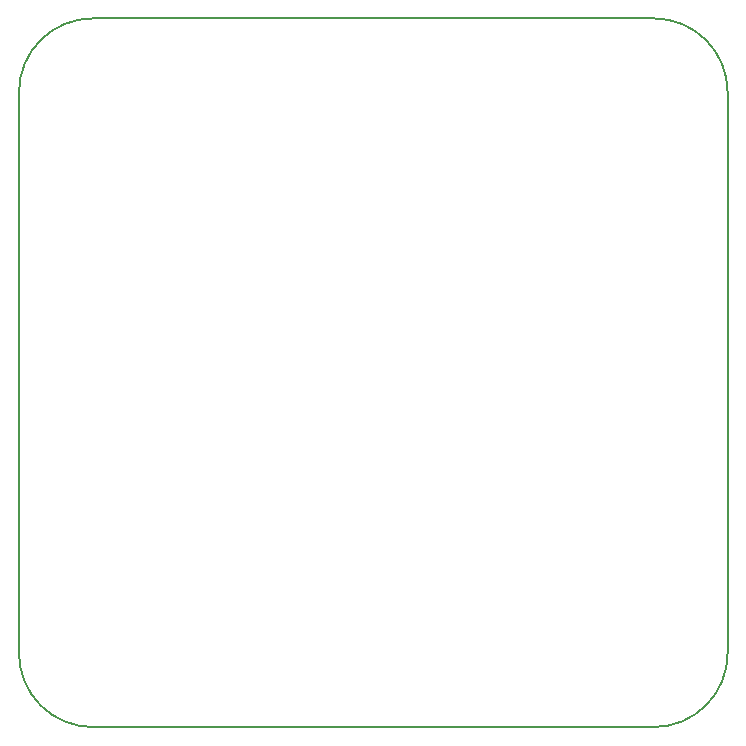
<source format=gbr>
%TF.GenerationSoftware,KiCad,Pcbnew,7.0.8*%
%TF.CreationDate,2023-11-11T13:48:29-05:00*%
%TF.ProjectId,StackLight,53746163-6b4c-4696-9768-742e6b696361,rev?*%
%TF.SameCoordinates,Original*%
%TF.FileFunction,Profile,NP*%
%FSLAX46Y46*%
G04 Gerber Fmt 4.6, Leading zero omitted, Abs format (unit mm)*
G04 Created by KiCad (PCBNEW 7.0.8) date 2023-11-11 13:48:29*
%MOMM*%
%LPD*%
G01*
G04 APERTURE LIST*
%TA.AperFunction,Profile*%
%ADD10C,0.200000*%
%TD*%
G04 APERTURE END LIST*
D10*
X159500000Y-127750000D02*
X112000000Y-127750000D01*
X165750000Y-74000000D02*
X165750000Y-121500000D01*
X112000000Y-67750000D02*
X159500000Y-67750000D01*
X105750000Y-121500000D02*
X105750000Y-74000000D01*
X105750000Y-121500000D02*
G75*
G03*
X112000000Y-127750000I6249998J-2D01*
G01*
X159500000Y-127750000D02*
G75*
G03*
X165750000Y-121500000I2J6249998D01*
G01*
X165750000Y-74000000D02*
G75*
G03*
X159500000Y-67750000I-6249999J1D01*
G01*
X112000000Y-67750000D02*
G75*
G03*
X105750000Y-74000000I-1J-6249999D01*
G01*
M02*

</source>
